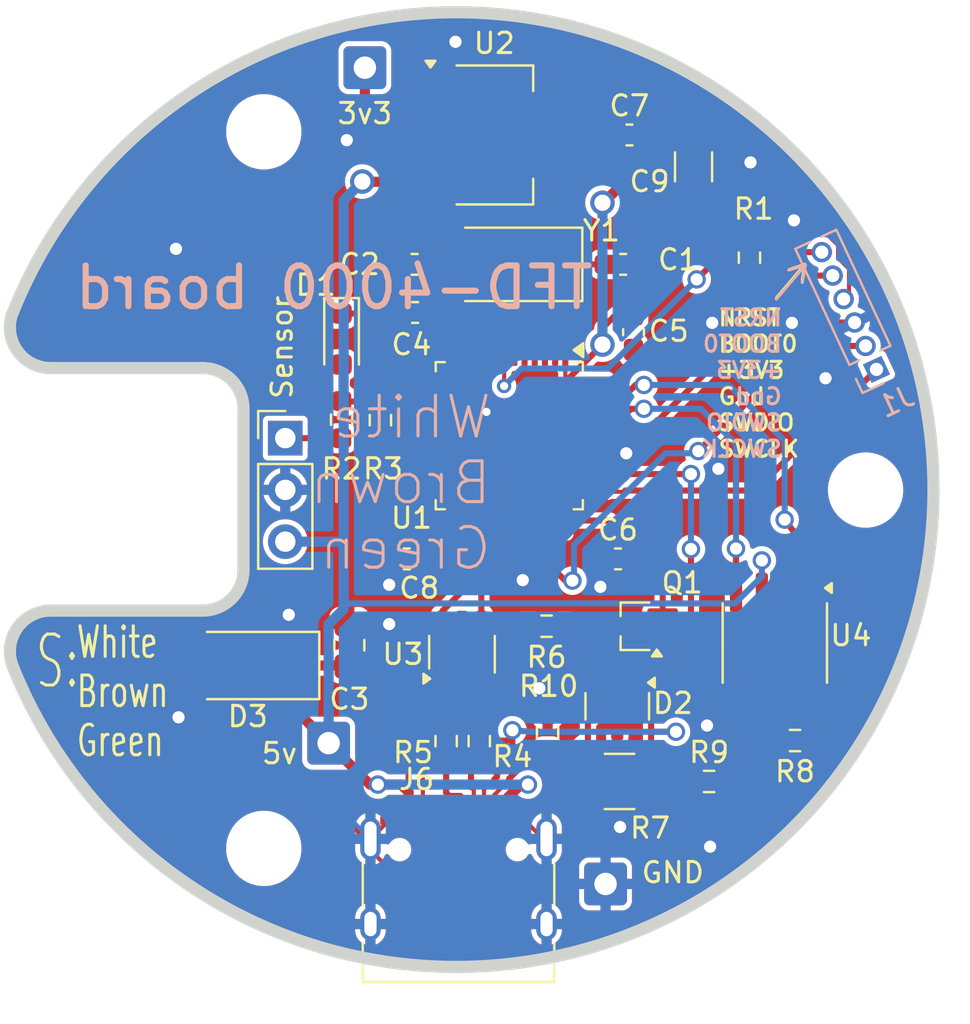
<source format=kicad_pcb>
(kicad_pcb (version 20240108) (generator "pcbnew") (generator_version "8.0")
  (layers (0 "F.Cu" signal) (31 "B.Cu" signal) (34 "B.Paste" user) (35 "F.Paste" user) (36 "B.SilkS" user "B.Silkscreen") (37 "F.SilkS" user "F.Silkscreen") (38 "B.Mask" user) (39 "F.Mask" user) (44 "Edge.Cuts" user))
  (net 0 "")
  (net 1 "GND")
  (net 2 "/OSC_IN")
  (net 3 "/OSC_OUT")
  (net 4 "/VBUS")
  (net 5 "+3V3")
  (net 6 "/CANH")
  (net 7 "/CANL")
  (net 8 "/NRST")
  (net 9 "/SWDIO")
  (net 10 "/SWCLK")
  (net 11 "/BOOT0")
  (net 12 "/ADCin")
  (net 13 "/DM")
  (net 14 "/DP")
  (net 15 "Net-(D1-A)")
  (net 16 "/USB_PU")
  (net 17 "Net-(Q1-C)")
  (net 18 "Net-(R5-Pad2)")
  (net 19 "Net-(R4-Pad2)")
  (net 20 "/USBDP")
  (net 21 "Net-(U4-Rs)")
  (net 25 "/USBDM")
  (net 44 "/CANTX")
  (net 46 "/CANRX")
  (footprint "MountingHole:MountingHole_3.2mm_M3" (layer "F.Cu") (at 60.444919 66.632809)
    (property "Reference" "H3" (hide yes))
    (property "Value" "MountingHole")
  )
  (footprint "Resistor_SMD:R_0603_1608Metric_Pad0.98x0.95mm_HandSolder" (layer "F.Cu") (at 64.262 45.593 90)
    (property "Reference" "R2")
    (property "Value" "10k")
  )
  (footprint "Package_TO_SOT_SMD:SOT-23" (layer "F.Cu") (at 77.79 59.6623 -90)
    (property "Reference" "D2")
    (property "Value" "PESD1CAN")
  )
  (footprint "Connector_PinHeader_2.54mm:PinHeader_1x03_P2.54mm_Vertical" (layer "F.Cu") (at 61.5 46.5)
    (property "Reference" "J3" (hide yes))
    (property "Value" "Sensor")
  )
  (footprint "Connector_Wire:SolderWire-0.5sqmm_1x01_D0.9mm_OD2.1mm" (layer "F.Cu") (at 77.216 68.3768)
    (property "Reference" "J4" (hide yes))
    (property "Value" "GND")
  )
  (footprint "Capacitor_SMD:C_0603_1608Metric_Pad1.08x0.95mm_HandSolder" (layer "F.Cu") (at 78.3855 31.623)
    (property "Reference" "C7")
    (property "Value" "0.1")
  )
  (footprint "Connector_Wire:SolderWire-0.5sqmm_1x01_D0.9mm_OD2.1mm" (layer "F.Cu") (at 65.405 28.321)
    (property "Reference" "J5" (hide yes))
    (property "Value" "3v3")
  )
  (footprint "Package_TO_SOT_SMD:SOT-23-6_Handsoldering" (layer "F.Cu") (at 70.17 57.103 90)
    (property "Reference" "U3")
    (property "Value" "USBLC6-2SC6")
  )
  (footprint "Capacitor_SMD:C_0603_1608Metric_Pad1.08x0.95mm_HandSolder" (layer "F.Cu") (at 67.4613 52.4256 180)
    (property "Reference" "C8")
    (property "Value" "0.1")
  )
  (footprint "Package_TO_SOT_SMD:SOT-323_SC-70_Handsoldering" (layer "F.Cu") (at 78.6892 55.7276 180)
    (property "Reference" "Q1")
    (property "Value" "DTA114Y")
  )
  (footprint "Capacitor_SMD:C_0603_1608Metric_Pad1.08x0.95mm_HandSolder" (layer "F.Cu") (at 67.8445 37.973 180)
    (property "Reference" "C2")
    (property "Value" "6")
  )
  (footprint "Capacitor_SMD:C_0603_1608Metric_Pad1.08x0.95mm_HandSolder" (layer "F.Cu") (at 78.5876 41.3015 -90)
    (property "Reference" "C5")
    (property "Value" "0.1")
  )
  (footprint "Resistor_SMD:R_0603_1608Metric_Pad0.98x0.95mm_HandSolder" (layer "F.Cu") (at 74.3204 55.7276)
    (property "Reference" "R6")
    (property "Value" "1k5")
  )
  (footprint "Capacitor_SMD:C_0805_2012Metric_Pad1.18x1.45mm_HandSolder" (layer "F.Cu") (at 64.643 56.6635 90)
    (property "Reference" "C3")
    (property "Value" "1u")
  )
  (footprint "Connector_Wire:SolderWire-0.5sqmm_1x01_D0.9mm_OD2.1mm" (layer "F.Cu") (at 63.627 61.468)
    (property "Reference" "J2" (hide yes))
    (property "Value" "5v")
  )
  (footprint "Package_TO_SOT_SMD:SOT-223-3_TabPin2" (layer "F.Cu") (at 71.755 31.623)
    (property "Reference" "U2")
    (property "Value" "LM1117-3.3")
  )
  (footprint "Diode_SMD:D_SMA" (layer "F.Cu") (at 59.658 57.658 180)
    (property "Reference" "D3")
    (property "Value" "SMAJ5.0A")
  )
  (footprint "Resistor_SMD:R_0603_1608Metric_Pad0.98x0.95mm_HandSolder" (layer "F.Cu") (at 84.2772 37.6447 90)
    (property "Reference" "R1")
    (property "Value" "10k")
  )
  (footprint "Resistor_SMD:R_0603_1608Metric_Pad0.98x0.95mm_HandSolder" (layer "F.Cu") (at 86.5124 61.341)
    (property "Reference" "R8")
    (property "Value" "4k7")
  )
  (footprint "Capacitor_SMD:C_1206_3216Metric_Pad1.33x1.80mm_HandSolder" (layer "F.Cu") (at 81.534 33.1855 90)
    (property "Reference" "C9")
    (property "Value" "22u")
  )
  (footprint "Connector_USB:USB_C_Receptacle_HRO_TYPE-C-31-M-12" (layer "F.Cu") (at 70 69.295)
    (property "Reference" "J6")
    (property "Value" "USB_C_Receptacle_USB2.0_16P")
  )
  (footprint "Resistor_SMD:R_0603_1608Metric_Pad0.98x0.95mm_HandSolder" (layer "F.Cu") (at 69.3928 61.3683 90)
    (property "Reference" "R5")
    (property "Value" "22")
  )
  (footprint "Crystal:Crystal_SMD_5032-2Pin_5.0x3.2mm" (layer "F.Cu") (at 73.025 37.973 180)
    (property "Reference" "Y1")
    (property "Value" "NX5032GA-8MHz")
  )
  (footprint "Capacitor_SMD:C_0603_1608Metric_Pad1.08x0.95mm_HandSolder" (layer "F.Cu") (at 77.8245 52.4256 180)
    (property "Reference" "C6")
    (property "Value" "0.1")
  )
  (footprint "Capacitor_SMD:C_0603_1608Metric_Pad1.08x0.95mm_HandSolder" (layer "F.Cu") (at 78.0785 37.973)
    (property "Reference" "C1")
    (property "Value" "6")
  )
  (footprint "MountingHole:MountingHole_3.2mm_M3" (layer "F.Cu") (at 60.445087 31.467095)
    (property "Reference" "H1" (hide yes))
    (property "Value" "MountingHole")
  )
  (footprint "MountingHole:MountingHole_3.2mm_M3" (layer "F.Cu") (at 89.976175 49.05)
    (property "Reference" "H2" (hide yes))
    (property "Value" "MountingHole")
  )
  (footprint "Resistor_SMD:R_0603_1608Metric_Pad0.98x0.95mm_HandSolder" (layer "F.Cu") (at 71.0184 61.3683 90)
    (property "Reference" "R4")
    (property "Value" "22")
  )
  (footprint "Resistor_SMD:R_0603_1608Metric_Pad0.98x0.95mm_HandSolder" (layer "F.Cu") (at 82.2979 63.3476)
    (property "Reference" "R9")
    (property "Value" "4k7")
  )
  (footprint "Resistor_SMD:R_1210_3225Metric_Pad1.30x2.65mm_HandSolder" (layer "F.Cu") (at 77.9012 63.3476 180)
    (property "Reference" "R7")
    (property "Value" "120")
  )
  (footprint "Diode_SMD:D_SOD-323_HandSoldering" (layer "F.Cu") (at 64.262 41.636 -90)
    (property "Reference" "D1")
    (property "Value" "SS14")
  )
  (footprint "Package_QFP:LQFP-48_7x7mm_P0.5mm" (layer "F.Cu") (at 72.4916 46.3804 -90)
    (property "Reference" "U1")
    (property "Value" "STM32F103C6Tx")
  )
  (footprint "Capacitor_SMD:C_0603_1608Metric_Pad1.08x0.95mm_HandSolder" (layer "F.Cu") (at 67.8699 40.3352)
    (property "Reference" "C4")
    (property "Value" "0.1")
  )
  (footprint "Resistor_SMD:R_0603_1608Metric_Pad0.98x0.95mm_HandSolder" (layer "F.Cu") (at 66.167 45.6165 -90)
    (property "Reference" "R3")
    (property "Value" "10k")
  )
  (footprint "Resistor_SMD:R_0603_1608Metric_Pad0.98x0.95mm_HandSolder" (layer "F.Cu") (at 74.3712 60.9581 90)
    (property "Reference" "R10")
    (property "Value" "4k7")
  )
  (footprint "Package_SO:SOIC-8_3.9x4.9mm_P1.27mm" (layer "F.Cu") (at 85.5218 56.5546 -90)
    (property "Reference" "U4")
    (property "Value" "MCP2551-I-SN")
  )
  (footprint "Connector_PinHeader_1.27mm:PinHeader_1x06_P1.27mm_Vertical" (layer "B.Cu") (at 90.510175 43.127834 25)
    (property "Reference" "J1")
    (property "Value" "SWD")
  )
  (gr_line (start 87.0204 37.9984) (end 86.868 38.862) (stroke (width 0.15)) (layer "B.SilkS"))
  (gr_line (start 86.2076 38.2524) (end 87.0204 37.9984) (stroke (width 0.15)) (layer "B.SilkS"))
  (gr_line (start 85.598 39.6748) (end 87.0204 37.9984) (stroke (width 0.15)) (layer "B.SilkS"))
  (gr_line (start 86.995 37.973) (end 86.868 38.735) (stroke (width 0.15)) (layer "F.SilkS"))
  (gr_line (start 85.598 39.624) (end 86.995 37.973) (stroke (width 0.15)) (layer "F.SilkS"))
  (gr_line (start 86.995 37.973) (end 86.233 38.227) (stroke (width 0.15)) (layer "F.SilkS"))
  (gr_arc (start 49.985154 43.062704) (mid 48.329999 42.185408) (end 48.126906 40.323169) (stroke (width 0.6)) (layer "Edge.Cuts"))
  (gr_arc (start 59.447978 52.962704) (mid 58.862188 54.376913) (end 57.447979 54.962704) (stroke (width 0.6)) (layer "Edge.Cuts"))
  (gr_arc (start 48.135436 40.32658) (mid 93.307376 49.036585) (end 48.126906 57.702239) (stroke (width 0.6)) (layer "Edge.Cuts"))
  (gr_arc (start 48.126906 57.702239) (mid 48.33 55.84) (end 49.985154 54.962705) (stroke (width 0.6)) (layer "Edge.Cuts"))
  (gr_arc (start 57.447979 43.062704) (mid 58.862187 43.648494) (end 59.447978 45.062703) (stroke (width 0.6)) (layer "Edge.Cuts"))
  (gr_line (start 59.447978 52.962704) (end 59.447978 45.062703) (stroke (width 0.6)) (layer "Edge.Cuts"))
  (gr_line (start 57.447979 43.062704) (end 49.985154 43.062704) (stroke (width 0.6)) (layer "Edge.Cuts"))
  (gr_line (start 49.985154 54.962704) (end 57.447979 54.962704) (stroke (width 0.6)) (layer "Edge.Cuts"))
  (gr_text "White\nBrown\nGreen" (at 71.7296 53.086 0) (layer "B.SilkS") (effects (font (size 2 2)) (justify left bottom mirror)))
  (gr_text "NRST\nBOOT0\n+3V3\nGnd\nSWDIO\nSWCLK" (at 85.9536 47.498 -0) (layer "B.SilkS") (effects (font (size 0.8 0.8)) (justify left bottom mirror)))
  (gr_text "TFD-4000 board" (at 76.7588 40.2844 0) (layer "B.SilkS") (effects (font (size 2 2) (thickness 0.3)) (justify left bottom mirror)))
  (gr_text "NRST\nBOOT0\n+3V3\nGnd\nSWDIO\nSWCLK" (at 82.677 47.498 0) (layer "F.SilkS") (effects (font (size 0.8 0.8)) (justify left bottom)))
  (gr_text "S:" (at 49.149 58.928 0) (layer "F.SilkS") (effects (font (size 2.5 1.5)) (justify left bottom)))
  (gr_text "White\nBrown\nGreen" (at 51.181 62.23 0) (layer "F.SilkS") (effects (font (size 1.5 1)) (justify left bottom)))
  (segment (start 70.612 57.15) (end 72.009 57.15) (width 0.2) (layer "F.Cu") (net 1))
  (segment (start 80.772 36.7322) (end 80.1818 36.7322) (width 0.3) (layer "F.Cu") (net 1))
  (segment (start 74.3712 59.182) (end 73.9648 58.7756) (width 0.3) (layer "F.Cu") (net 1))
  (segment (start 80.6704 36.8338) (end 80.772 36.7322) (width 0.3) (layer "F.Cu") (net 1))
  (segment (start 88.011 43.561) (end 83.566 48.006) (width 0.3) (layer "F.Cu") (net 1))
  (segment (start 58.928 55.626) (end 58.801 55.753) (width 0.3) (layer "F.Cu") (net 1))
  (segment (start 67.564 27.0764) (end 67.564 27.051) (width 0.3) (layer "F.Cu") (net 1))
  (segment (start 88.392 61.7728) (end 88.6968 61.468) (width 0.3) (layer "F.Cu") (net 1))
  (segment (start 80.9478 64.643) (end 80.518 65.0728) (width 0.3) (layer "F.Cu") (net 1))
  (segment (start 83.8708 66.548) (end 85.5999 64.8189) (width 0.3) (layer "F.Cu") (net 1))
  (segment (start 79.121 47.244) (end 78.232 47.244) (width 0.3) (layer "F.Cu") (net 1))
  (segment (start 65.68 66.17) (end 65.68 66.72) (width 0.2) (layer "F.Cu") (net 1))
  (segment (start 66.167 49.022) (end 64.3636 49.022) (width 0.3) (layer "F.Cu") (net 1))
  (segment (start 57.658 56.007) (end 57.658 57.658) (width 0.3) (layer "F.Cu") (net 1))
  (segment (start 74.3712 60.0456) (end 74.3712 59.182) (width 0.3) (layer "F.Cu") (net 1))
  (segment (start 64.516 32.9692) (end 63.3984 34.0868) (width 0.3) (layer "F.Cu") (net 1))
  (segment (start 60.833 37.973) (end 63.3984 37.973) (width 0.3) (layer "F.Cu") (net 1))
  (segment (start 78.6892 54.61) (end 78.6892 56.3372) (width 0.2) (layer "F.Cu") (net 1))
  (segment (start 70.499 29.323) (end 70.993 28.829) (width 0.3) (layer "F.Cu") (net 1))
  (segment (start 66.167 46.529) (end 66.167 49.022) (width 0.3) (layer "F.Cu") (net 1))
  (segment (start 59.944 38.862) (end 60.833 37.973) (width 0.3) (layer "F.Cu") (net 1))
  (segment (start 61.6712 55.1688) (end 62.1284 55.626) (width 0.2) (layer "F.Cu") (net 1))
  (segment (start 59.817 55.626) (end 59.69 55.626) (width 0.3) (layer "F.Cu") (net 1))
  (segment (start 63.373 29.845) (end 64.389 30.861) (width 0.3) (layer "F.Cu") (net 1))
  (segment (start 77.216 68.3768) (end 74.3432 68.3768) (width 0.3) (layer "F.Cu") (net 1))
  (segment (start 85.5999 64.8189) (end 85.5999 62.738) (width 0.3) (layer "F.Cu") (net 1))
  (segment (start 77.79 60.5998) (end 77.79 57.5716) (width 0.3) (layer "F.Cu") (net 1))
  (segment (start 82.9818 31.623) (end 84.328 32.9692) (width 0.3) (layer "F.Cu") (net 1))
  (segment (start 82.8802 64.643) (end 80.9478 64.643) (width 0.3) (layer "F.Cu") (net 1))
  (segment (start 70.17 58.453) (end 70.17 57.592) (width 0.2) (layer "F.Cu") (net 1))
  (segment (start 78.5876 43.1292) (end 77.8256 43.8912) (width 0.3) (layer "F.Cu") (net 1))
  (segment (start 88.6968 61.468) (end 88.6968 57.8612) (width 0.3) (layer "F.Cu") (net 1))
  (segment (start 73.2508 58.3918) (end 72.009 57.15) (width 0.3) (layer "F.Cu") (net 1))
  (segment (start 74.32 68.4) (end 74.32 68.5292) (width 0.2) (layer "F.Cu") (net 1))
  (segment (start 59.817 55.626) (end 58.928 55.626) (width 0.3) (layer "F.Cu") (net 1))
  (segment (start 86.4616 35.814) (end 85.1954 35.814) (width 0.3) (layer "F.Cu") (net 1))
  (segment (start 89.436724 40.825812) (end 86.377388 40.825812) (width 0.3) (layer "F.Cu") (net 1))
  (segment (start 65.68 66.72) (end 67.54 68.58) (width 0.2) (layer "F.Cu") (net 1))
  (segment (start 81.534 31.623) (end 82.9818 31.623) (width 0.3) (layer "F.Cu") (net 1))
  (segment (start 81.534 31.623) (end 79.248 31.623) (width 0.3) (layer "F.Cu") (net 1))
  (segment (start 70.993 27.94) (end 71.501 27.94) (width 0.3) (layer "F.Cu") (net 1))
  (segment (start 79.502 42.164) (end 80.6704 40.9956) (width 0.3) (layer "F.Cu") (net 1))
  (segment (start 83.185 44.0182) (end 80.8482 46.355) (width 0.3) (layer "F.Cu") (net 1))
  (segment (start 78.5856 65.0728) (end 77.79 64.2772) (width 0.3) (layer "F.Cu") (net 1))
  (segment (start 76.962 53.7972) (end 77.8764 53.7972) (width 0.2) (layer "F.Cu") (net 1))
  (segment (start 64.3456 49.04) (end 64.3636 49.022) (width 0.3) (layer "F.Cu") (net 1))
  (segment (start 69.85 27.051) (end 70.612 27.051) (width 0.5) (layer "F.Cu") (net 1))
  (segment (start 68.605 29.323) (end 70.499 29.323) (width 0.3) (layer "F.Cu") (net 1))
  (segment (start 62.23 55.626) (end 59.817 55.626) (width 0.3) (layer "F.Cu") (net 1))
  (segment (start 64.389 30.861) (end 64.516 30.861) (width 0.3) (layer "F.Cu") (net 1))
  (segment (start 66.4972 49.022) (end 66.167 49.022) (width 0.3) (layer "F.Cu") (net 1))
  (segment (start 70.993 28.829) (end 70.993 27.94) (width 0.3) (layer "F.Cu") (net 1))
  (segment (start 66.5988 49.1236) (end 66.4972 49.022) (width 0.3) (layer "F.Cu") (net 1))
  (segment (start 74.3432 68.3768) (end 74.32 68.4) (width 0.3) (layer "F.Cu") (net 1))
  (segment (start 87.9348 62.738) (end 88.392 62.2808) (width 0.3) (layer "F.Cu") (net 1))
  (segment (start 76.962 52.4256) (end 75.1332 52.4256) (width 0.3) (layer "F.Cu") (net 1))
  (segment (start 66.5988 49.1236) (end 66.9036 48.8188) (width 0.3) (layer "F.Cu") (net 1))
  (segment (start 59.944 41.275) (end 59.944 38.862) (width 0.3) (layer "F.Cu") (net 1))
  (segment (start 68.7324 39.5224) (end 68.7324 40.3352) (width 0.3) (layer "F.Cu") (net 1))
  (segment (start 56.134 37.465) (end 56.134 37.211) (width 0.3) (layer "F.Cu") (net 1))
  (segment (start 77.79 65.4456) (end 77.9272 65.5828) (width 0.2) (layer "F.Cu") (net 1))
  (segment (start 65.403 66.165) (end 59.436 60.198) (width 0.2) (layer "F.Cu") (net 1))
  (segment (start 83.2104 63.3476) (end 83.2104 61.6204) (width 0.3) (layer "F.Cu") (net 1))
  (segment (start 85.5999 61.341) (end 85.5999 62.738) (width 0.3) (layer "F.Cu") (net 1))
  (segment (start 80.01 46.355) (end 79.121 47.244) (width 0.3) (layer "F.Cu") (net 1))
  (segment (start 78.5876 42.164) (end 78.5876 43.1292) (width 0.3) (layer "F.Cu") (net 1))
  (segment (start 88.6968 57.8612) (end 86.1568 55.3212) (width 0.3) (layer "F.Cu") (net 1))
  (segment (start 61.5 49.04) (end 60.089 49.04) (width 0.3) (layer "F.Cu") (net 1))
  (segment (start 73.25 65.25) (end 73.2508 65.2492) (width 0.3) (layer "F.Cu") (net 1))
  (segment (start 83.2104 61.6204) (end 82.1944 60.6044) (width 0.3) (layer "F.Cu") (net 1))
  (segment (start 77.216 68.3768) (end 80.518 68.3768) (width 0.3) (layer "F.Cu") (net 1))
  (segment (start 80.518 68.3768) (end 82.3468 66.548) (width 0.3) (layer "F.Cu") (net 1))
  (segment (start 65.68 66.165) (end 65.53 66.165) (width 0.2) (layer "F.Cu") (net 1))
  (segment (start 86.36 40.8432) (end 83.185 44.0182) (width 0.3) (layer "F.Cu") (net 1))
  (segment (start 67.564 27.051) (end 67.31 26.797) (width 0.3) (layer "F.Cu") (net 1))
  (segment (start 67.31 26.797) (end 64.008 26.797) (width 0.3) (layer "F.Cu") (net 1))
  (segment (start 80.8482 46.355) (end 80.01 46.355) (width 0.3) (layer "F.Cu") (net 1))
  (segment (start 88.392 62.2808) (end 88.392 61.7728) (width 0.3) (layer "F.Cu") (net 1))
  (segment (start 68.273 39.063) (end 68.7324 39.5224) (width 0.3) (layer "F.Cu") (net 1))
  (segment (start 75.1332 52.4256) (end 74.7776 52.07) (width 0.3) (layer "F.Cu") (net 1))
  (segment (start 68.605 29.323) (end 68.605 28.1174) (width 0.3) (layer "F.Cu") (net 1))
  (segment (start 58.801 55.753) (end 57.912 55.753) (width 0.3) (layer "F.Cu") (net 1))
  (segment (start 74.168 54.483) (end 73.152 53.467) (width 0.2) (layer "F.Cu") (net 1))
  (segment (start 76.962 53.848) (end 76.327 54.483) (width 0.2) (layer "F.Cu") (net 1))
  (segment (start 80.6704 40.8432) (end 80.6704 36.8338) (width 0.3) (layer "F.Cu") (net 1))
  (segment (start 59.944 48.895) (end 59.944 41.275) (width 0.3) (layer "F.Cu") (net 1))
  (segment (start 63.373 27.432) (end 63.373 29.845) (width 0.3) (layer "F.Cu") (net 1))
  (segment (start 76.962 53.7972) (end 76.962 53.848) (width 0.2) (layer "F.Cu") (net 1))
  (segment (start 76.327 54.483) (end 74.168 54.483) (width 0.2) (layer "F.Cu") (net 1))
  (segment (start 79.248 29.591) (end 79.248 31.623) (width 0.3) (layer "F.Cu") (net 1))
  (segment (start 71.501 27.94) (end 77.597 27.94) (width 0.3) (layer "F.Cu") (net 1))
  (segment (start 71.374 43.815) (end 71.374 45.212) (width 0.2) (layer "F.Cu") (net 1))
  (segment (start 76.6541 44.1304) (end 77.5864 44.1304) (width 0.2) (layer "F.Cu") (net 1))
  (segment (start 66.5988 52.4256) (end 66.5988 49.1236) (width 0.3) (layer "F.Cu") (net 1))
  (segment (start 65.53 66.165) (end 65.403 66.165) (width 0.2) (layer "F.Cu") (net 1))
  (segment (start 77.6224 57.404) (end 75.3364 57.404) (width 0.3) (layer "F.Cu") (net 1))
  (segment (start 64.516 30.861) (end 64.516 32.9692) (width 0.3) (layer "F.Cu") (net 1))
  (segment (start 67.092 48.6304) (end 66.9036 48.8188) (width 0.2) (layer "F.Cu") (net 1))
  (segment (start 80.518 65.0728) (end 78.5856 65.0728) (width 0.3) (layer "F.Cu") (net 1))
  (segment (start 85.5999 62.738) (end 87.9348 62.738) (width 0.3) (layer "F.Cu") (net 1))
  (segment (start 71.7416 42.2179) (end 71.7416 43.4474) (width 0.2) (layer "F.Cu") (net 1))
  (segment (start 74.7416 50.5429) (end 74.7416 52.034) (width 0.2) (layer "F.Cu") (net 1))
  (segment (start 84.2772 36.7322) (end 80.772 36.7322) (width 0.3) (layer "F.Cu") (net 1))
  (segment (start 83.2104 63.3476) (end 83.2104 64.3128) (width 0.3) (layer "F.Cu") (net 1))
  (segment (start 85.1954 35.814) (end 84.2772 36.7322) (width 0.3) (layer "F.Cu") (net 1))
  (segment (start 67.54 68.58) (end 74.2692 68.58) (width 0.2) (layer "F.Cu") (net 1))
  (segment (start 71.7416 42.2179) (end 71.7416 40.8552) (width 0.2) (layer "F.Cu") (net 1))
  (segment (start 76.962 52.4256) (end 76.962 53.7972) (width 0.3) (layer "F.Cu") (net 1))
  (segment (start 70.612 27.051) (end 71.501 27.94) (width 0.5) (layer "F.Cu") (net 1))
  (segment (start 66.5988 55.626) (end 62.23 55.626) (width 0.3) (layer "F.Cu") (net 1))
  (segment (start 74.32 68.5292) (end 74.32 70.35) (width 0.2) (layer "F.Cu") (net 1))
  (segment (start 66.982 37.973) (end 63.3984 37.973) (width 0.3) (layer "F.Cu") (net 1))
  (segment (start 71.7416 43.4474) (end 71.374 43.815) (width 0.2) (layer "F.Cu") (net 1))
  (segment (start 86.1568 55.3212) (end 86.1568 54.0796) (width 0.3) (layer "F.Cu") (net 1))
  (segment (start 57.912 55.753) (end 57.658 56.007) (width 0.3) (layer "F.Cu") (net 1))
  (segment (start 64.008 26.797) (end 63.373 27.432) (width 0.3) (layer "F.Cu") (net 1))
  (segment (start 77.79 60.5998) (end 77.79 64.0588) (width 0.3) (layer "F.Cu") (net 1))
  (segment (start 83.566 48.006) (end 82.7532 48.006) (width 0.3) (layer "F.Cu") (net 1))
  (segment (start 66.982 37.973) (end 66.982 39.063) (width 0.3) (layer "F.Cu") (net 1))
  (segment (start 77.5864 44.1304) (end 77.8256 43.8912) (width 0.2) (layer "F.Cu") (net 1))
  (segment (start 82.3468 66.548) (end 83.8708 66.548) (width 0.3) (layer "F.Cu") (net 1))
  (segment (start 80.1818 36.7322) (end 78.941 37.973) (width 0.3) (layer "F.Cu") (net 1))
  (segment (start 62.1284 55.626) (end 62.23 55.626) (width 0.2) (layer "F.Cu") (net 1))
  (segment (start 75.3364 57.404) (end 73.9648 58.7756) (width 0.3) (layer "F.Cu") (net 1))
  (segment (start 59.944 41.275) (end 56.134 37.465) (width 0.3) (layer "F.Cu") (net 1))
  (segment (start 66.5988 53.6956) (end 66.5988 52.4256) (width 0.3) (layer "F.Cu") (net 1))
  (segment (start 59.436 60.198) (end 56.261 60.198) (width 0.2) (layer "F.Cu") (net 1))
  (segment (start 66.982 39.063) (end 68.273 39.063) (width 0.3) (layer "F.Cu") (net 1))
  (segment (start 74.165 66.17) (end 73.25 65.255) (width 0.2) (layer "F.Cu") (net 1))
  (segment (start 61.5 49.04) (end 64.3456 49.04) (width 0.3) (layer "F.Cu") (net 1))
  (segment (start 66.75 65.255) (end 66.595 65.255) (width 0.2) (layer "F.Cu") (net 1))
  (segment (start 63.3984 34.0868) (end 63.3984 37.973) (width 0.3) (layer "F.Cu") (net 1))
  (segment (start 77.79 57.5716) (end 77.6224 57.404) (width 0.3) (layer "F.Cu") (net 1))
  (segment (start 60.089 49.04) (end 59.944 48.895) (width 0.3) (layer "F.Cu") (net 1))
  (segment (start 86.377388 40.825812) (end 86.36 40.8432) (width 0.3) (layer "F.Cu") (net 1))
  (segment (start 77.79 64.2772) (end 77.79 64.0588) (width 0.3) (layer "F.Cu") (net 1))
  (segment (start 68.7324 40.3352) (end 71.2216 40.3352) (width 0.3) (layer "F.Cu") (net 1))
  (segment (start 83.2104 64.3128) (end 82.8802 64.643) (width 0.3) (layer "F.Cu") (net 1))
  (segment (start 78.6892 56.3372) (end 77.6224 57.404) (width 0.2) (layer "F.Cu") (net 1))
  (segment (start 66.5988 55.626) (end 66.5988 53.6956) (width 0.3) (layer "F.Cu") (net 1))
  (segment (start 78.5876 42.164) (end 79.502 42.164) (width 0.3) (layer "F.Cu") (net 1))
  (segment (start 74.2692 68.58) (end 74.32 68.5292) (width 0.2) (layer "F.Cu") (net 1))
  (segment (start 68.605 28.1174) (end 67.564 27.0764) (width 0.3) (layer "F.Cu") (net 1))
  (segment (start 65.68 70.35) (end 74.32 70.35) (width 0.2) (layer "F.Cu") (net 1))
  (segment (start 68.3291 48.6304) (end 67.092 48.6304) (width 0.2) (layer "F.Cu") (net 1))
  (segment (start 73.2508 58.7756) (end 73.9648 58.7756) (width 0.3) (layer "F.Cu") (net 1))
  (segment (start 74.7416 52.034) (end 74.7776 52.07) (width 0.2) (layer "F.Cu") (net 1))
  (segment (start 66.595 65.255) (end 65.68 66.17) (width 0.2) (layer "F.Cu") (net 1))
  (segment (start 73.2508 58.7756) (end 73.2508 58.3918) (width 0.3) (layer "F.Cu") (net 1))
  (segment (start 71.2216 40.3352) (end 71.7416 40.8552) (width 0.3) (layer "F.Cu") (net 1))
  (segment (start 82.4484 40.8432) (end 80.6704 40.8432) (width 0.3) (layer "F.Cu") (net 1))
  (segment (start 77.79 64.0588) (end 77.79 65.4456) (width 0.2) (layer "F.Cu") (net 1))
  (segment (start 74.32 66.17) (end 74.165 66.17) (width 0.2) (layer "F.Cu") (net 1))
  (segment (start 80.6704 40.9956) (end 80.6704 40.8432) (width 0.3) (layer "F.Cu") (net 1))
  (segment (start 74.32 66.17) (end 74.32 68.4) (width 0.2) (layer "F.Cu") (net 1))
  (segment (start 77.597 27.94) (end 79.248 29.591) (width 0.3) (layer "F.Cu") (net 1))
  (segment (start 70.17 57.592) (end 70.612 57.15) (width 0.2) (layer "F.Cu") (net 1))
  (segment (start 77.8764 53.7972) (end 78.6892 54.61) (width 0.2) (layer "F.Cu") (net 1))
  (via (at 86.4616 35.814) (size 0.9) (drill 0.6) (layers "F.Cu" "B.Cu") (net 1))
  (via (at 84.328 32.9692) (size 0.9) (drill 0.6) (layers "F.Cu" "B.Cu") (net 1))
  (via (at 82.3468 66.548) (size 0.9) (drill 0.6) (layers "F.Cu" "B.Cu") (net 1))
  (via (at 86.36 40.8432) (size 0.9) (drill 0.6) (layers "F.Cu" "B.Cu") (net 1))
  (via (at 82.4484 40.8432) (size 0.9) (drill 0.6) (layers "F.Cu" "B.Cu") (net 1))
  (via (at 78.232 47.244) (size 0.9) (drill 0.6) (layers "F.Cu" "B.Cu") (net 1))
  (via (at 88.011 43.561) (size 0.9) (drill 0.6) (layers "F.Cu" "B.Cu") (net 1))
  (via (at 76.962 53.7972) (size 0.9) (drill 0.6) (layers "F.Cu" "B.Cu") (net 1))
  (via (at 73.9648 58.7756) (size 0.9) (drill 0.6) (layers "F.Cu" "B.Cu") (net 1))
  (via (at 56.134 37.211) (size 0.9) (drill 0.6) (layers "F.Cu" "B.Cu") (net 1))
  (via (at 61.6712 55.1688) (size 0.9) (drill 0.6) (layers "F.Cu" "B.Cu") (net 1))
  (via (at 56.261 60.198) (size 0.9) (drill 0.6) (layers "F.Cu" "B.Cu") (net 1))
  (via (at 66.5988 55.626) (size 0.9) (drill 0.6) (layers "F.Cu" "B.Cu") (net 1))
  (via (at 77.9272 65.5828) (size 0.9) (drill 0.6) (layers "F.Cu" "B.Cu") (net 1))
  (via (at 66.5988 53.6956) (size 0.9) (drill 0.6) (layers "F.Cu" "B.Cu") (net 1))
  (via (at 82.1944 60.6044) (size 0.9) (drill 0.6) (layers "F.Cu" "B.Cu") (net 1))
  (via (at 69.85 27.051) (size 0.9) (drill 0.6) (layers "F.Cu" "B.Cu") (net 1))
  (via (at 73.152 53.467) (size 0.9) (drill 0.6) (layers "F.Cu" "B.Cu") (net 1))
  (via (at 64.516 31.877) (size 0.9) (drill 0.6) (layers "F.Cu" "B.Cu") (net 1))
  (via (at 82.7532 48.006) (size 0.9) (drill 0.6) (layers "F.Cu" "B.Cu") (net 1))
  (via (at 71.374 45.212) (size 0.7) (drill 0.4) (layers "F.Cu" "B.Cu") (net 1))
  (segment (start 66.8274 53.467) (end 66.5988 53.6956) (width 0.2) (layer "B.Cu") (net 1))
  (segment (start 86.36 40.8432) (end 86.36 41.91) (width 0.3) (layer "B.Cu") (net 1))
  (segment (start 56.769 60.198) (end 61.6712 55.2958) (width 0.2) (layer "B.Cu") (net 1))
  (segment (start 82.4484 40.8432) (end 80.7212 40.8432) (width 0.3) (layer "B.Cu") (net 1))
  (segment (start 56.134 37.211) (end 60.198 37.211) (width 0.3) (layer "B.Cu") (net 1))
  (segment (start 61.6712 61.4172) (end 61.6712 55.1688) (width 0.2) (layer "B.Cu") (net 1))
  (segment (start 56.261 60.198) (end 56.769 60.198) (width 0.2) (layer "B.Cu") (net 1))
  (segment (start 77.805225 46.004425) (end 78.1304 46.3296) (width 0.3) (layer "B.Cu") (net 1))
  (segment (start 82.0928 46.3296) (end 82.7532 46.99) (width 0.3) (layer "B.Cu") (net 1))
  (segment (start 86.36 40.8432) (end 82.4484 40.8432) (width 0.3) (layer "B.Cu") (net 1))
  (segment (start 80.7212 40.8432) (end 77.805225 43.759175) (width 0.3) (layer "B.Cu") (net 1))
  (segment (start 77.9272 65.5828) (end 78.8924 66.548) (width 0.3) (layer "B.Cu") (net 1))
  (segment (start 73.9648 58.7756) (end 66.5988 58.7756) (width 0.3) (layer "B.Cu") (net 1))
  (segment (start 84.328 33.6804) (end 86.4616 35.814) (width 0.3) (layer "B.Cu") (net 1))
  (segment (start 71.755 31.877) (end 83.2358 31.877) (width 0.3) (layer "B.Cu") (net 1))
  (segment (start 81.7118 53.7972) (end 76.962 53.7972) (width 0.3) (layer "B.Cu") (net 1))
  (segment (start 62.847 49.04) (end 61.5 49.04) (width 0.3) (layer "B.Cu") (net 1))
  (segment (start 73.9648 58.7756) (end 80.3656 58.7756) (width 0.3) (layer "B.Cu") (net 1))
  (segment (start 64.516 31.877) (end 71.755 31.877) (width 0.3) (layer "B.Cu") (net 1))
  (segment (start 71.755 28.956) (end 69.85 27.051) (width 0.5) (layer "B.Cu") (net 1))
  (segment (start 63.373 40.386) (end 63.373 48.514) (width 0.3) (layer "B.Cu") (net 1))
  (segment (start 78.1304 46.3296) (end 82.0928 46.3296) (width 0.3) (layer "B.Cu") (net 1))
  (segment (start 65.68 66.165) (end 61.6712 62.1562) (width 0.2) (layer "B.Cu") (net 1))
  (segment (start 82.1944 60.6044) (end 82.1944 66.3956) (width 0.3) (layer "B.Cu") (net 1))
  (segment (start 82.7532 52.7558) (end 81.7118 53.7972) (width 0.3) (layer "B.Cu") (net 1))
  (segment (start 78.232 47.244) (end 73.406 47.244) (width 0.3) (layer "B.Cu") (net 1))
  (segment (start 86.36 41.91) (end 88.011 43.561) (width 0.3) (layer "B.Cu") (net 1))
  (segment (start 60.198 37.211) (end 63.373 40.386) (width 0.3) (layer "B.Cu") (net 1))
  (segment (start 77.805225 43.759175) (end 77.805225 46.004425) (width 0.3) (layer "B.Cu") (net 1))
  (segment (start 84.328 32.9692) (end 84.328 33.6804) (width 0.3) (layer "B.Cu") (net 1))
  (segment (start 61.6712 55.2958) (end 61.6712 55.1688) (width 0.2) (layer "B.Cu") (net 1))
  (segment (start 82.7532 48.006) (end 82.7532 52.7558) (width 0.3) (layer "B.Cu") (net 1))
  (segment (start 71.755 31.877) (end 71.755 28.956) (width 0.5) (layer "B.Cu") (net 1))
  (segment (start 82.1944 66.3956) (end 82.3468 66.548) (width 0.3) (layer "B.Cu") (net 1))
  (segment (start 63.373 48.514) (end 62.847 49.04) (width 0.3) (layer "B.Cu") (net 1))
  (segment (start 80.3656 58.7756) (end 82.1944 60.6044) (width 0.3) (layer "B.Cu") (net 1))
  (segment (start 61.6712 62.1562) (end 61.6712 61.4172) (width 0.2) (layer "B.Cu") (net 1))
  (segment (start 73.152 53.467) (end 66.8274 53.467) (width 0.2) (layer "B.Cu") (net 1))
  (segment (start 66.5988 58.7756) (end 66.5988 55.626) (width 0.3) (layer "B.Cu") (net 1))
  (segment (start 82.7532 46.99) (end 82.7532 48.006) (width 0.3) (layer "B.Cu") (net 1))
  (segment (start 83.2358 31.877) (end 84.328 32.9692) (width 0.3) (layer "B.Cu") (net 1))
  (segment (start 73.406 47.244) (end 71.374 45.212) (width 0.3) (layer "B.Cu") (net 1))
  (segment (start 78.8924 66.548) (end 82.3468 66.548) (width 0.3) (layer "B.Cu") (net 1))
  (segment (start 77.216 37.973) (end 74.875 37.973) (width 0.3) (layer "F.Cu") (net 2))
  (segment (start 73.2416 42.2179) (end 73.2416 40.5504) (width 0.2) (layer "F.Cu") (net 2))
  (segment (start 74.875 37.973) (end 74.875 38.917) (width 0.3) (layer "F.Cu") (net 2))
  (segment (start 73.2416 40.5504) (end 73.406 40.386) (width 0.2) (layer "F.Cu") (net 2))
  (segment (start 74.875 38.917) (end 73.406 40.386) (width 0.3) (layer "F.Cu") (net 2))
  (segment (start 71.175 37.973) (end 71.175 39.171) (width 0.3) (layer "F.Cu") (net 3))
  (segment (start 72.7416 40.7376) (end 72.517 40.513) (width 0.2) (layer "F.Cu") (net 3))
  (segment (start 72.7416 42.2179) (end 72.7416 40.7376) (width 0.2) (layer "F.Cu") (net 3))
  (segment (start 68.707 37.973) (end 71.175 37.973) (width 0.3) (layer "F.Cu") (net 3))
  (segment (start 71.175 39.171) (end 72.517 40.513) (width 0.3) (layer "F.Cu") (net 3))
  (segment (start 68.834 57.15) (end 68.2625 57.7215) (width 0.3) (layer "F.Cu") (net 4))
  (segment (start 66.802 63.5) (end 66.04 63.5) (width 0.5) (layer "F.Cu") (net 4))
  (segment (start 67.55 65.25) (end 67.55 63.867) (width 0.5) (layer "F.Cu") (net 4))
  (segment (start 61.983 51.097) (end 61.5 51.58) (width 0.3) (layer "F.Cu") (net 4))
  (segment (start 65.292 33.923) (end 65.278 33.909) (width 0.5) (layer "F.Cu") (net 4))
  (segment (start 70.17 56.83) (end 69.85 57.15) (width 0.2) (layer "F.Cu") (net 4))
  (segment (start 61.701 57.701) (end 61.658 57.658) (width 0.3) (layer "F.Cu") (net 4))
  (segment (start 65.659 63.5) (end 63.627 61.468) (width 0.5) (layer "F.Cu") (net 4))
  (segment (start 68.605 33.923) (end 65.292 33.923) (width 0.5) (layer "F.Cu") (net 4))
  (segment (start 67.55 61.595) (end 67.55 65.25) (width 0.3) (layer "F.Cu") (net 4))
  (segment (start 69.85 57.15) (end 68.834 57.15) (width 0.2) (layer "F.Cu") (net 4))
  (segment (start 70.17 55.753) (end 70.17 56.83) (width 0.2) (layer "F.Cu") (net 4))
  (segment (start 72.45 64.105) (end 72.45 65.25) (width 0.5) (layer "F.Cu") (net 4))
  (segment (start 67.564 65.241) (end 67.55 65.255) (width 0.5) (layer "F.Cu") (net 4))
  (segment (start 67.55 63.867) (end 67.183 63.5) (width 0.5) (layer "F.Cu") (net 4))
  (segment (start 67.183 63.5) (end 66.802 63.5) (width 0.5) (layer "F.Cu") (net 4))
  (segment (start 61.658 59.499) (end 63.627 61.468) (width 0.5) (layer "F.Cu") (net 4))
  (segment (start 84.8868 54.0796) (end 84.8868 52.5) (width 0.3) (layer "F.Cu") (net 4))
  (segment (start 68.2625 57.7215) (end 68.2625 60.8825) (width 0.3) (layer "F.Cu") (net 4))
  (segment (start 61.658 57.658) (end 61.658 59.499) (width 0.5) (layer "F.Cu") (net 4))
  (segment (start 66.04 63.5) (end 65.659 63.5) (width 0.5) (layer "F.Cu") (net 4))
  (segment (start 64.6 57.658) (end 64.643 57.701) (width 0.5) (layer "F.Cu") (net 4))
  (segment (start 68.2625 60.8825) (end 67.55 61.595) (width 0.3) (layer "F.Cu") (net 4))
  (segment (start 61.658 57.658) (end 64.6 57.658) (width 0.5) (layer "F.Cu") (net 4))
  (segment (start 73.406 63.5) (end 73.055 63.5) (width 0.5) (layer "F.Cu") (net 4))
  (segment (start 73.055 63.5) (end 72.45 64.105) (width 0.5) (layer "F.Cu") (net 4))
  (via (at 66.04 63.5) (size 0.9) (drill 0.6) (layers "F.Cu" "B.Cu") (net 4))
  (via (at 84.8868 52.5) (size 0.9) (drill 0.6) (layers "F.Cu" "B.Cu") (net 4))
  (via (at 73.406 63.5) (size 0.9) (drill 0.6) (layers "F.Cu" "B.Cu") (net 4))
  (via (at 65.278 33.909) (size 1.2) (drill 0.8) (layers "F.Cu" "B.Cu") (net 4))
  (segment (start 64.3636 34.8234) (end 65.278 33.909) (width 0.5) (layer "B.Cu") (net 4))
  (segment (start 64.3636 54.61) (end 64.3636 54.8894) (width 0.5) (layer "B.Cu") (net 4))
  (segment (start 64.3636 51.6128) (end 64.3636 34.8234) (width 0.5) (layer "B.Cu") (net 4))
  (segment (start 63.627 55.626) (end 63.627 61.468) (width 0.5) (layer "B.Cu") (net 4))
  (segment (start 83.566 54.61) (end 64.3636 54.61) (width 0.3) (layer "B.Cu") (net 4))
  (segment (start 84.8868 52.5) (end 84.8868 53.2892) (width 0.3) (layer "B.Cu") (net 4))
  (segment (start 64.3636 54.8894) (end 63.627 55.626) (width 0.5) (layer "B.Cu") (net 4))
  (segment (start 67.564 63.5) (end 66.04 63.5) (width 0.5) (layer "B.Cu") (net 4))
  (segment (start 84.8868 53.2892) (end 83.566 54.61) (width 0.3) (layer "B.Cu") (net 4))
  (segment (start 73.406 63.5) (end 67.564 63.5) (width 0.5) (layer "B.Cu") (net 4))
  (segment (start 64.3308 51.58) (end 64.3636 51.6128) (width 0.5) (layer "B.Cu") (net 4))
  (segment (start 64.3636 54.61) (end 64.3636 51.6128) (width 0.5) (layer "B.Cu") (net 4))
  (segment (start 61.5 51.58) (end 64.3308 51.58) (width 0.5) (layer "B.Cu") (net 4))
  (segment (start 78.687 52.4256) (end 79.054 52.4256) (width 0.3) (layer "F.Cu") (net 5))
  (segment (start 69.401705 48.827705) (end 69.401705 48.403495) (width 0.2) (layer "F.Cu") (net 5))
  (segment (start 68.3291 49.1304) (end 69.09901 49.1304) (width 0.2) (layer "F.Cu") (net 5))
  (segment (start 78.436 34.748) (end 77.8764 34.1884) (width 0.5) (layer "F.Cu") (net 5))
  (segment (start 68.3238 52.4256) (end 68.3238 49.1457) (width 0.3) (layer "F.Cu") (net 5))
  (segment (start 71.2416 42.2179) (end 71.2416 43.307) (width 0.2) (layer "F.Cu") (net 5))
  (segment (start 88.626549 37.655694) (end 88.626549 37.041409) (width 0.2) (layer "F.Cu") (net 5))
  (segment (start 86.564 34.748) (end 86.514 34.748) (width 0.2) (layer "F.Cu") (net 5))
  (segment (start 81.534 34.748) (end 86.514 34.748) (width 0.3) (layer "F.Cu") (net 5))
  (segment (start 74.8656 44.0944) (end 75.3296 43.6304) (width 0.3) (layer "F.Cu") (net 5))
  (segment (start 78.687 52.4256) (end 78.687 51.8138) (width 0.3) (layer "F.Cu") (net 5))
  (segment (start 80.0192 55.0776) (end 80.0192 53.3908) (width 0.3) (layer "F.Cu") (net 5))
  (segment (start 75.2416 43.5424) (end 75.3296 43.6304) (width 0.2) (layer "F.Cu") (net 5))
  (segment (start 77.0636 41.0972) (end 77.0636 41.91) (width 0.3) (layer "F.Cu") (net 5))
  (segment (start 74.905 31.623) (end 68.605 31.623) (width 0.5) (layer "F.Cu") (net 5))
  (segment (start 77.8764 34.1884) (end 77.523 33.835) (width 0.5) (layer "F.Cu") (net 5))
  (segment (start 75.2416 49.1812) (end 75.0316 48.9712) (width 0.2) (layer "F.Cu") (net 5))
  (segment (start 89.163274 39.411526) (end 89.163274 38.192419) (width 0.2) (layer "F.Cu") (net 5))
  (segment (start 77.1144 34.9504) (end 77.8764 34.1884) (width 0.5) (layer "F.Cu") (net 5))
  (segment (start 88.626549 37.041409) (end 87.6808 36.09566) (width 0.2) (layer "F.Cu") (net 5))
  (segment (start 75.3432 43.6304) (end 77.0636 41.91) (width 0.3) (layer "F.Cu") (net 5))
  (segment (start 68.3238 49.1457) (end 68.3291 49.1404) (width 0.3) (layer "F.Cu") (net 5))
  (segment (start 75.3296 43.6304) (end 75.3432 43.6304) (width 0.3) (layer "F.Cu") (net 5))
  (segment (start 67.0074 40.3352) (end 67.0074 40.953938) (width 0.3) (layer "F.Cu") (net 5))
  (segment (start 77.4161 50.5429) (end 75.2516 50.5429) (width 0.3) (layer "F.Cu") (net 5))
  (segment (start 78.5876 40.439) (end 77.7218 40.439) (width 0.3) (layer "F.Cu") (net 5))
  (segment (start 70.147862 47.657338) (end 69.6468 48.1584) (width 0.3) (layer "F.Cu") (net 5))
  (segment (start 70.147862 47.657338) (end 74.858662 47.657338) (width 0.3) (layer "F.Cu") (net 5))
  (segment (start 74.93 48.8696) (end 75.0316 48.9712) (width 0.3) (layer "F.Cu") (net 5))
  (segment (start 89.163274 38.192419) (end 88.626549 37.655694) (width 0.2) (layer "F.Cu") (net 5))
  (segment (start 74.8656 48.8052) (end 74.93 48.8696) (width 0.3) (layer "F.Cu") (net 5))
  (segment (start 70.147862 44.0944) (end 70.4542 44.0944) (width 0.3) (layer "F.Cu") (net 5))
  (segment (start 78.687 51.8138) (end 77.4161 50.5429) (width 0.3) (layer "F.Cu") (net 5))
  (segment (start 70.147862 44.0944) (end 70.147862 47.657338) (width 0.3) (layer "F.Cu") (net 5))
  (segment (start 67.0074 40.953938) (end 70.147862 44.0944) (width 0.3) (layer "F.Cu") (net 5))
  (segment (start 75.2416 42.2179) (end 75.2416 43.5424) (width 0.2) (layer "F.Cu") (net 5))
  (segment (start 77.7218 40.439) (end 77.0636 41.0972) (width 0.3) (layer "F.Cu") (net 5))
  (segment (start 88.9 39.6748) (end 89.163274 39.411526) (width 0.2) (layer "F.Cu") (net 5))
  (segment (start 65.405 28.321) (end 65.405 30.607) (width 0.5) (layer "F.Cu") (net 5))
  (segment (start 74.8656 44.0944) (end 74.8656 47.6504) (width 0.3) (layer "F.Cu") (net 5))
  (segment (start 75.3296 43.6304) (end 76.6541 43.6304) (width 0.2) (layer "F.Cu") (net 5))
  (segment (start 79.054 52.4256) (end 80.0192 53.3908) (width 0.3) (layer "F.Cu") (net 5))
  (segment (start 74.858662 47.657338) (end 74.8656 47.6504) (width 0.3) (layer "F.Cu") (net 5))
  (segment (start 66.421 31.623) (end 68.605 31.623) (width 0.5) (layer "F.Cu") (net 5))
  (segment (start 65.405 30.607) (end 66.421 31.623) (width 0.5) (layer "F.Cu") (net 5))
  (segment (start 69.401705 48.403495) (end 69.6468 48.1584) (width 0.2) (layer "F.Cu") (net 5))
  (segment (start 77.523 33.835) (end 77.523 31.623) (width 0.5) (layer "F.Cu") (net 5))
  (segment (start 64.262 40.386) (end 66.9566 40.386) (width 0.3) (layer "F.Cu") (net 5))
  (segment (start 66.9566 40.386) (end 67.0074 40.3352) (width 0.3) (layer "F.Cu") (net 5))
  (segment (start 87.6808 36.09566) (end 87.6808 35.8648) (width 0.2) (layer "F.Cu") (net 5))
  (segment (start 75.2416 50.5429) (end 75.2416 49.1812) (width 0.2) (layer "F.Cu") (net 5))
  (segment (start 74.8656 47.6504) (end 74.8656 48.8052) (width 0.3) (layer "F.Cu") (net 5))
  (segment (start 74.905 31.623) (end 77.523 31.623) (width 0.5) (layer "F.Cu") (net 5))
  (segment (start 69.09901 49.1304) (end 69.401705 48.827705) (width 0.2) (layer "F.Cu") (net 5))
  (segment (start 87.6808 35.8648) (end 86.564 34.748) (width 0.2) (layer "F.Cu") (net 5))
  (segment (start 70.4542 44.0944) (end 71.2416 43.307) (width 0.3) (layer "F.Cu") (net 5))
  (segment (start 81.534 34.748) (end 78.436 34.748) (width 0.5) (layer "F.Cu") (net 5))
  (segment (start 77.0636 34.9504) (end 77.1144 34.9504) (width 0.5) (layer "F.Cu") (net 5))
  (via (at 77.0636 41.91) (size 1.2) (drill 0.8) (layers "F.Cu" "B.Cu") (net 5))
  (via (at 77.0636 34.9504) (size 1.2) (drill 0.8) (layers "F.Cu" "B.Cu") (net 5))
  (segment (start 77.0636 41.91) (end 77.0636 34.9504) (width 0.5) (layer "B.Cu") (net 5))
  (segment (start 71.882 62.992) (end 71.882 63.119) (width 0.3) (layer "F.Cu") (net 6))
  (segment (start 82.6516 57.3024) (end 85.9028 57.3024) (width 0.3) (layer "F.Cu") (net 6))
  (segment (start 71.25 65.25) (end 71.25 63.751) (width 0.2) (layer "F.Cu") (net 6))
  (segment (start 81.2292 58.7248) (end 82.6516 57.3024) (width 0.3) (layer "F.Cu") (net 6))
  (segment (start 81.3854 63.3476) (end 79.4512 63.3476) (width 0.3) (layer "F.Cu") (net 6))
  (segment (start 71.25 63.751) (end 71.755 63.246) (width 0.2) (layer "F.Cu") (net 6))
  (segment (start 68.25 63.424) (end 68.199 63.373) (width 0.2) (layer "F.Cu") (net 6))
  (segment (start 68.834 61.341) (end 68.199 61.976) (width 0.3) (layer "F.Cu") (net 6))
  (segment (start 79.4512 63.3476) (end 79.4512 60.9092) (width 0.3) (layer "F.Cu") (net 6))
  (segment (start 85.9028 57.3024) (end 86.1568 57.5564) (width 0.3) (layer "F.Cu") (net 6))
  (segment (start 86.1568 57.5564) (end 86.1568 59.0296) (width 0.3) (layer "F.Cu") (net 6))
  (segment (start 78.74 58.7248) (end 79.4512 58.7248) (width 0.3) (layer "F.Cu") (net 6))
  (segment (start 68.25 65.25) (end 68.25 63.424) (width 0.2) (layer "F.Cu") (net 6))
  (segment (start 79.4512 58.7248) (end 81.2292 58.7248) (width 0.3) (layer "F.Cu") (net 6))
  (segment (start 79.4512 60.9092) (end 79.4512 58.7248) (width 0.3) (layer "F.Cu") (net 6))
  (segment (start 80.6704 60.9092) (end 79.4512 60.9092) (width 0.3) (layer "F.Cu") (net 6))
  (segment (start 72.644 62.23) (end 71.882 62.992) (width 0.3) (layer "F.Cu") (net 6))
  (segment (start 72.644 61.341) (end 72.644 62.23) (width 0.3) (layer "F.Cu") (net 6))
  (segment (start 72.644 60.833) (end 72.644 61.341) (width 0.3) (layer "F.Cu") (net 6))
  (segment (start 71.882 63.119) (end 71.755 63.246) (width 0.3) (layer "F.Cu") (net 6))
  (segment (start 72.644 61.341) (end 68.834 61.341) (width 0.3) (layer "F.Cu") (net 6))
  (segment (start 68.199 61.976) (end 68.199 63.373) (width 0.3) (layer "F.Cu") (net 6))
  (via (at 80.6704 60.9092) (size 0.9) (drill 0.6) (layers "F.Cu" "B.Cu") (net 6))
  (via (at 72.644 60.833) (size 0.9) (drill 0.6) (layers "F.Cu" "B.Cu") (net 6))
  (segment (start 73.5838 60.9092) (end 80.6704 60.9092) (width 0.3) (layer "B.Cu") (net 6))
  (segment (start 72.644 60.833) (end 73.5838 60.9092) (width 0.3) (layer "B.Cu") (net 6))
  (segment (start 76.84 59.9644) (end 76.84 58.7248) (width 0.3) (layer "F.Cu") (net 7))
  (segment (start 84.4296 65.1256) (end 84.4296 59.4868) (width 0.3) (layer "F.Cu") (net 7))
  (segment (start 76.3512 60.4532) (end 76.84 59.9644) (width 0.3) (layer "F.Cu") (net 7))
  (segment (start 71.75 65.25) (end 71.75 64.013) (width 0.2) (layer "F.Cu") (net 7))
  (segment (start 76.073 61.468) (end 75.6704 61.8706) (width 0.3) (layer "F.Cu") (net 7))
  (segment (start 71.75 65.25) (end 71.75 65.41) (width 0.2) (layer "F.Cu") (net 7))
  (segment (start 71.75 64.013) (end 72.517 63.246) (width 0.2) (layer "F.Cu") (net 7))
  (segment (start 68.75 65.25) (end 68.75 66.225) (width 0.2) (layer "F.Cu") (net 7))
  (segment (start 80.518 66.3956) (end 81.28 65.6336) (width 0.3) (layer "F.Cu") (net 7))
  (segment (start 71.75 65.41) (end 71.78 65.44) (width 0.2) (layer "F.Cu") (net 7))
  (segment (start 74.3712 61.8706) (end 73.82173 61.8706) (width 0.3) (layer "F.Cu") (net 7))
  (segment (start 69.581 67.056) (end 71.018 67.056) (width 0.2) (layer "F.Cu") (net 7))
  (segment (start 76.3512 61.468) (end 76.073 61.468) (width 0.3) (layer "F.Cu") (net 7))
  (segment (start 71.018 67.056) (end 71.78 66.294) (width 0.2) (layer "F.Cu") (net 7))
  (segment (start 68.75 66.225) (end 69.581 67.056) (width 0.2) (layer "F.Cu") (net 7))
  (segment (start 71.78 65.44) (end 71.78 66.294) (width 0.2) (layer "F.Cu") (net 7))
  (segment (start 76.3512 61.468) (end 76.3512 60.4532) (width 0.3) (layer "F.Cu") (net 7))
  (segment (start 84.4296 59.4868) (end 84.8868 59.0296) (width 0.3) (layer "F.Cu") (net 7))
  (segment (start 76.3512 65.2768) (end 77.47 66.3956) (width 0.3) (layer "F.Cu") (net 7))
  (segment (start 77.47 66.3956) (end 80.518 66.3956) (width 0.3) (layer "F.Cu") (net 7))
  (segment (start 76.3512 63.3476) (end 76.3512 61.468) (width 0.3) (layer "F.Cu") (net 7))
  (segment (start 75.6704 61.8706) (end 74.3712 61.8706) (width 0.3) (layer "F.Cu") (net 7))
  (segment (start 73.82173 61.8706) (end 72.481665 63.210665) (width 0.3) (layer "F.Cu") (net 7))
  (segment (start 76.3512 63.3476) (end 76.3512 65.2768) (width 0.3) (layer "F.Cu") (net 7))
  (segment (start 81.28 65.6336) (end 83.9216 65.6336) (width 0.3) (layer "F.Cu") (net 7))
  (segment (start 83.9216 65.6336) (end 84.4296 65.1256) (width 0.3) (layer "F.Cu") (net 7))
  (segment (start 82.7532 37.6428) (end 81.6864 38.7096) (width 0.3) (layer "F.Cu") (net 8))
  (segment (start 85.852 37.6428) (end 82.7532 37.6428) (width 0.3) (layer "F.Cu") (net 8))
  (segment (start 72.2416 42.2179) (end 72.2416 43.938) (width 0.2) (layer "F.Cu") (net 8))
  (segment (start 86.12202 37.37278) (end 85.852 37.6428) (width 0.3) (layer "F.Cu") (net 8))
  (segment (start 72.2416 43.938) (end 72.2376 43.942) (width 0.2) (layer "F.Cu") (net 8))
  (segment (start 87.826549 37.37278) (end 86.12202 37.37278) (width 0.3) (layer "F.Cu") (net 8))
  (via (at 72.2376 43.942) (size 0.7) (drill 0.4) (layers "F.Cu" "B.Cu") (net 8))
  (via (at 81.6864 38.7096) (size 0.9) (drill 0.6) (layers "F.Cu" "B.Cu") (net 8))
  (segment (start 73.0984 43.0812) (end 76.9112 43.0812) (width 0.3) (layer "B.Cu") (net 8))
  (segment (start 72.2376 43.942) (end 73.0984 43.0812) (width 0.3) (layer "B.Cu") (net 8))
  (segment (start 77.3148 43.0812) (end 76.9112 43.0812) (width 0.3) (layer "B.Cu") (net 8))
  (segment (start 81.6864 38.7096) (end 77.3148 43.0812) (width 0.3) (layer "B.Cu") (net 8))
  (segment (start 87.249 41.976823) (end 89.97345 41.976823) (width 0.3) (layer "F.Cu") (net 9))
  (segment (start 75.2348 53.4924) (end 74.3204 52.578) (width 0.3) (layer "F.Cu") (net 9))
  (segment (start 86.928177 41.976823) (end 87.249 41.976823) (width 0.3) (layer "F.Cu") (net 9))
  (segment (start 81.768414 47.136586) (end 86.928177 41.976823) (width 0.3) (layer "F.Cu") (net 9))
  (segment (start 74.2416 50.5429) (end 74.2416 52.4992) (width 0.2) (layer "F.Cu") (net 9))
  (segment (start 74.2416 52.4992) (end 74.3204 52.578) (width 0.2) (layer "F.Cu") (net 9))
  (segment (start 75.5904 53.4924) (end 75.2348 53.4924) (width 0.3) (layer "F.Cu") (net 9))
  (via (at 81.768414 47.136586) (size 0.9) (drill 0.6) (layers "F.Cu" "B.Cu") (net 9))
  (via (at 75.5904 53.4924) (size 0.9) (drill 0.6) (layers "F.Cu" "B.Cu") (net 9))
  (segment (start 81.661 47.244) (end 81.768414 47.136586) (width 0.3) (layer "B.Cu") (net 9))
  (segment (start 80.1624 47.244) (end 81.661 47.244) (width 0.3) (layer "B.Cu") (net 9))
  (segment (start 75.5904 53.4924) (end 75.6666 53.4162) (width 0.3) (layer "B.Cu") (net 9))
  (segment (start 75.6666 53.4162) (end 75.6666 51.7398) (width 0.3) (layer "B.Cu") (net 9))
  (segment (start 75.6666 51.7398) (end 80.1624 47.244) (width 0.3) (layer "B.Cu") (net 9))
  (segment (start 76.6541 49.1304) (end 78.1236 49.1304) (width 0.2) (layer "F.Cu") (net 10))
  (segment (start 84.565209 49.0728) (end 90.510175 43.127834) (width 0.3) (layer "F.Cu") (net 10))
  (segment (start 78.1812 49.0728) (end 84.565209 49.0728) (width 0.3) (layer "F.Cu") (net 10))
  (segment (start 78.1236 49.1304) (end 78.1812 49.0728) (width 0.2) (layer "F.Cu") (net 10))
  (segment (start 78.2828 45.6692) (end 78.5876 45.974) (width 0.3) (layer "F.Cu") (net 11))
  (segment (start 84.2772 41.148) (end 84.2772 38.5572) (width 0.3) (layer "F.Cu") (net 11))
  (segment (start 84.310609 38.523791) (end 84.2772 38.5572) (width 0.3) (layer "F.Cu") (net 11))
  (segment (start 79.4512 45.974) (end 84.2772 41.148) (width 0.3) (layer "F.Cu") (net 11))
  (segment (start 76.6541 45.6304) (end 78.244 45.6304) (width 0.2) (layer "F.Cu") (net 11))
  (segment (start 88.363274 38.523791) (end 84.310609 38.523791) (width 0.3) (layer "F.Cu") (net 11))
  (segment (start 78.5876 45.974) (end 79.4512 45.974) (width 0.3) (layer "F.Cu") (net 11))
  (segment (start 78.244 45.6304) (end 78.2828 45.6692) (width 0.2) (layer "F.Cu") (net 11))
  (segment (start 61.5 46.5) (end 64.2565 46.5) (width 0.3) (layer "F.Cu") (net 12))
  (segment (start 64.2565 46.5) (end 64.262 46.5055) (width 0.3) (layer "F.Cu") (net 12))
  (segment (start 69.502 64.008) (end 69.25 64.26) (width 0.2) (layer "F.Cu") (net 13))
  (segment (start 69.25 64.26) (end 69.25 65.255) (width 0.2) (layer "F.Cu") (net 13))
  (segment (start 70.25 65.255) (end 70.25 64.154) (width 0.2) (layer "F.Cu") (net 13))
  (segment (start 70.104 64.008) (end 69.502 64.008) (width 0.2) (layer "F.Cu") (net 13))
  (segment (start 69.3928 63.8988) (end 69.502 64.008) (width 0.3) (layer "F.Cu") (net 13))
  (segment (start 69.3928 62.2808) (end 69.3928 63.8988) (width 0.3) (layer "F.Cu") (net 13))
  (segment (start 70.25 64.154) (end 70.104 64.008) (width 0.2) (layer "F.Cu") (net 13))
  (segment (start 70.75 63.765) (end 70.612 63.627) (width 0.2) (layer "F.Cu") (net 14))
  (segment (start 69.75 66.25) (end 69.75 65.255) (width 0.2) (layer "F.Cu") (net 14))
  (segment (start 70.75 66.283) (end 70.612 66.421) (width 0.2) (layer "F.Cu") (net 14))
  (segment (start 70.612 63.627) (end 70.612 62.6872) (width 0.3) (layer "F.Cu") (net 14))
  (segment (start 70.75 65.25) (end 70.75 63.765) (width 0.2) (layer "F.Cu") (net 14))
  (segment (start 70.75 62.5492) (end 71.0184 62.2808) (width 0.2) (layer "F.Cu") (net 14))
  (segment (start 70.612 66.421) (end 69.921 66.421) (width 0.2) (layer "F.Cu") (net 14))
  (segment (start 70.75 65.255) (end 70.75 66.283) (width 0.2) (layer "F.Cu") (net 14))
  (segment (start 69.921 66.421) (end 69.75 66.25) (width 0.2) (layer "F.Cu") (net 14))
  (segment (start 70.612 62.6872) (end 71.0184 62.2808) (width 0.3) (layer "F.Cu") (net 14))
  (segment (start 64.262 42.886) (end 64.262 44.6805) (width 0.3) (layer "F.Cu") (net 15))
  (segment (start 66.167 45.339) (end 66.4584 45.6304) (width 0.2) (layer "F.Cu") (net 15))
  (segment (start 66.167 44.704) (end 64.2855 44.704) (width 0.3) (layer "F.Cu") (net 15))
  (segment (start 64.2855 44.704) (end 64.262 44.6805) (width 0.3) (layer "F.Cu") (net 15))
  (segment (start 66.167 44.704) (end 66.167 45.339) (width 0.2) (layer "F.Cu") (net 15))
  (segment (start 66.4584 45.6304) (end 68.3291 45.6304) (width 0.2) (layer "F.Cu") (net 15))
  (segment (start 81.407 51.943) (end 81.407 55.8546) (width 0.3) (layer "F.Cu") (net 16))
  (segment (start 80.884 56.3776) (end 80.0192 56.3776) (width 0.3) (layer "F.Cu") (net 16))
  (segment (start 78.0316 48.6128) (end 78.1304 48.514) (width 0.2) (layer "F.Cu") (net 16))
  (segment (start 76.6541 48.6304) (end 76.6717 48.6128) (width 0.2) (layer "F.Cu") (net 16))
  (segment (start 81.407 48.2628) (end 78.3816 48.2628) (width 0.3) (layer "F.Cu") (net 16))
  (segment (start 81.407 55.8546) (end 80.884 56.3776) (width 0.3) (layer "F.Cu") (net 16))
  (segment (start 76.6717 48.6128) (end 78.0316 48.6128) (width 0.2) (layer "F.Cu") (net 16))
  (segment (start 78.3816 48.2628) (end 78.1304 48.514) (width 0.3) (layer "F.Cu") (net 16))
  (via (at 81.407 48.2628) (size 0.9) (drill 0.6) (layers "F.Cu" "B.Cu") (net 16))
  (via (at 81.407 51.943) (size 0.9) (drill 0.6) (layers "F.Cu" "B.Cu") (net 16))
  (segment (start 81.407 51.943) (end 81.407 48.2628) (width 0.3) (layer "B.Cu") (net 16))
  (segment (start 77.3592 55.7276) (end 75.2329 55.7276) (width 0.3) (layer "F.Cu") (net 17))
  (segment (start 69.22 60.283) (end 69.3928 60.4558) (width 0.3) (layer "F.Cu") (net 18))
  (segment (start 69.22 58.453) (end 69.22 60.283) (width 0.3) (layer "F.Cu") (net 18))
  (segment (start 71.12 60.3542) (end 71.0184 60.4558) (width 0.3) (layer "F.Cu") (net 19))
  (segment (start 71.12 58.453) (end 71.12 60.3542) (width 0.3) (layer "F.Cu") (net 19))
  (segment (start 71.12 55.753) (end 73.3825 55.753) (width 0.3) (layer "F.Cu") (net 20))
  (segment (start 71.12 53.794249) (end 71.12 55.753) (width 0.3) (layer "F.Cu") (net 20))
  (segment (start 73.3825 55.753) (end 73.4079 55.7276) (width 0.3) (layer "F.Cu") (net 20))
  (segment (start 73.2516 52.5292) (end 72.385049 52.5292) (width 0.3) (layer "F.Cu") (net 20))
  (segment (start 72.385049 52.5292) (end 71.12 53.794249) (width 0.3) (layer "F.Cu") (net 20))
  (segment (start 73.7416 52.0392) (end 73.2516 52.5292) (width 0.3) (layer "F.Cu") (net 20))
  (segment (start 73.7416 50.5429) (end 73.7416 52.0392) (width 0.2) (layer "F.Cu") (net 20))
  (segment (start 87.4268 61.3391) (end 87.4249 61.341) (width 0.3) (layer "F.Cu") (net 21))
  (segment (start 87.4268 59.0296) (end 87.4268 61.3391) (width 0.3) (layer "F.Cu") (net 21))
  (segment (start 69.22 54.973001) (end 72.173801 52.0192) (width 0.3) (layer "F.Cu") (net 25))
  (segment (start 72.173801 52.0192) (end 72.9996 52.0192) (width 0.3) (layer "F.Cu") (net 25))
  (segment (start 69.22 55.753) (end 69.22 54.973001) (width 0.3) (layer "F.Cu") (net 25))
  (segment (start 73.2416 50.5429) (end 73.2416 51.7772) (width 0.2) (layer "F.Cu") (net 25))
  (segment (start 73.2416 51.7772) (end 72.9996 52.0192) (width 0.2) (layer "F.Cu") (net 25))
  (segment (start 78.6892 43.8912) (end 79.0956 43.8912) (width 0.3) (layer "F.Cu") (net 44))
  (segment (start 78.2828 44.2976) (end 78.6892 43.8912) (width 0.3) (layer "F.Cu") (net 44))
  (segment (start 77.95 44.6304) (end 78.2828 44.2976) (width 0.2) (layer "F.Cu") (net 44))
  (segment (start 86.0044 50.5) (end 87.4268 52.3748) (width 0.3) (layer "F.Cu") (net 44))
  (segment (start 87.4268 52.3748) (end 87.4268 54.0796) (width 0.3) (layer "F.Cu") (net 44))
  (segment (start 76.6541 44.6304) (end 77.95 44.6304) (width 0.2) (layer "F.Cu") (net 44))
  (via (at 86.0044 50.5) (size 0.9) (drill 0.6) (layers "F.Cu" "B.Cu") (net 44))
  (via (at 79.0956 43.8912) (size 0.9) (drill 0.6) (layers "F.Cu" "B.Cu") (net 44))
  (segment (start 86.0044 46.6344) (end 83.2612 43.8912) (width 0.3) (layer "B.Cu") (net 44))
  (segment (start 83.2612 43.8912) (end 79.0956 43.8912) (width 0.3) (layer "B.Cu") (net 44))
  (segment (start 86.0044 50.5) (end 86.0044 46.6344) (width 0.3) (layer "B.Cu") (net 44))
  (segment (start 83.6168 54.0796) (end 83.6168 51.9176) (width 0.3) (layer "F.Cu") (net 46))
  (segment (start 78.486 45.0596) (end 79.0956 45.0596) (width 0.3) (layer "F.Cu") (net 46))
  (segment (start 78.4152 45.1304) (end 78.486 45.0596) (width 0.3) (layer "F.Cu") (net 46))
  (segment (start 76.6541 45.1304) (end 78.4152 45.1304) (width 0.2) (layer "F.Cu") (net 46))
  (via (at 79.0956 45.0596) (size 0.9) (drill 0.6) (layers "F.Cu" "B.Cu") (net 46))
  (via (at 83.6168 51.9176) (size 0.9) (drill 0.6) (layers "F.Cu" "B.Cu") (net 46))
  (segment (start 83.6168 51.9176) (end 83.6168 46.7868) (width 0.3) (layer "B.Cu") (net 46))
  (segment (start 83.6168 46.7868) (end 81.8896 45.0596) (width 0.3) (layer "B.Cu") (net 46))
  (segment (start 81.8896 45.0596) (end 79.0956 45.0596) (width 0.3) (layer "B.Cu") (net 46))
  (zone (net 1) (net_name "GND") (layers "F&B.Cu") (connect_pads (clearance 0.25)) (min_thickness 0.25) (fill yes (thermal_gap 0.25) (thermal_bridge_width 0.5))
    (polygon (pts (xy 47.5 25) (xy 94 25) (xy 94 73) (xy 47.5 73)))
  )
)
</source>
